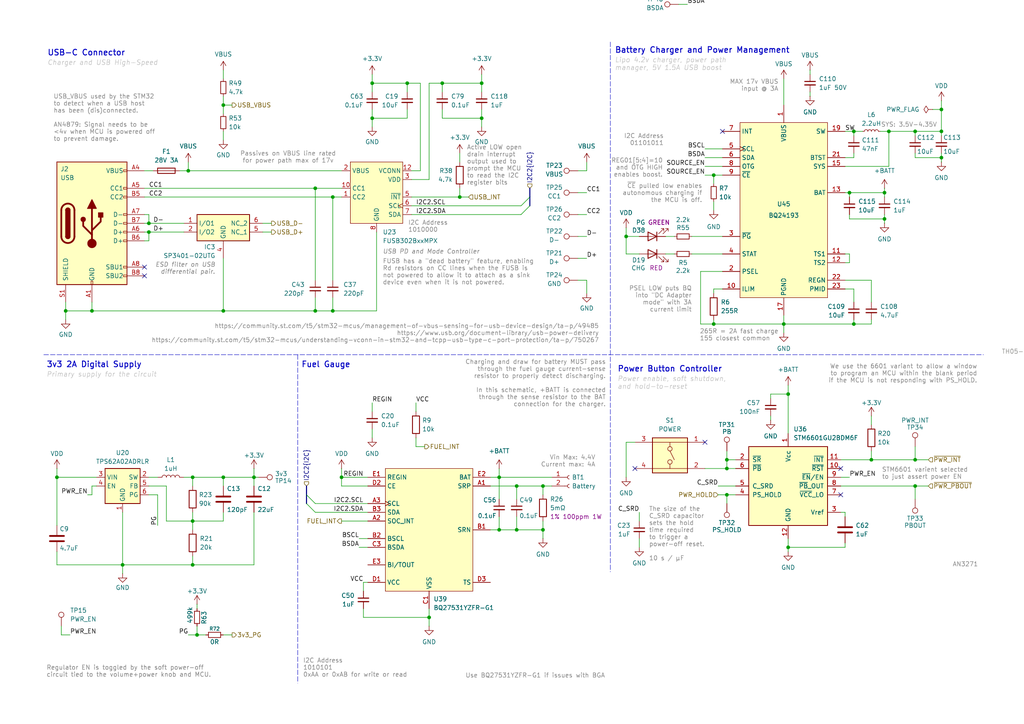
<source format=kicad_sch>
(kicad_sch (version 20250114) (generator "eeschema") (generator_version "9.0")
  (paper "A4")
  (text "SYS: 3.5V-4.35V" (at 263.652 36.322 0) (effects (font (size 1.27 1.27))))
  (text "265R = 2A fast charge\n155 closest common" (at 202.946 97.282 0) (effects (font (size 1.27 1.27)) (justify left)))
  (text "Charging and draw for battery MUST pass\nthrough the fuel gauge current-sense\nresistor to properly detect discharging.\n\nIn this schematic, +BATT is connected\nthrough the sense resistor to the BAT\nconnection for the charger." (at 175.768 104.394 0) (effects (font (size 1.27 1.27)) (justify right top)))
  (text "Active LOW open\ndrain interrupt\noutput used to\nprompt the MCU\nto read the I2C\nregister bits" (at 135.382 42.164 0) (effects (font (size 1.27 1.27) (thickness 0.1588)) (justify left top)))
  (text "I2C Address\n1010000" (at 118.364 65.786 0) (effects (font (size 1.27 1.27)) (justify left)))
  (text "Primary supply for the circuit" (at 13.462 107.95 0) (effects (font (size 1.397 1.397) (italic yes)) (justify left top)))
  (text "Regulator EN is toggled by the soft power-off\ncircuit tied to the volume+power knob and MCU." (at 13.462 196.596 0) (effects (font (size 1.27 1.27) (thickness 0.1588)) (justify left bottom)))
  (text "Power enable, soft shutdown,\nand hold-to-reset" (at 179.07 109.22 0) (effects (font (size 1.397 1.397) (italic yes)) (justify left top)))
  (text "The size of the\nC_SRD capacitor\nsets the hold\ntime required\nto trigger a\npower-off reset.\n\n10 s / µF" (at 188.214 154.94 0) (effects (font (size 1.27 1.27)) (justify left)))
  (text "~{CE} pulled low enables\nautonomous charging if\nthe MCU is off." (at 203.708 56.134 0) (effects (font (size 1.27 1.27)) (justify right)))
  (text "Power Button Controller" (at 179.07 106.172 0) (effects (font (size 1.651 1.651) (thickness 0.254) (bold yes)) (justify left top)))
  (text "Use BQ27531YZFR-G1 if issues with BGA" (at 175.514 196.088 0) (effects (font (size 1.27 1.27)) (justify right)))
  (text "Fuel Gauge" (at 87.376 104.902 0) (effects (font (size 1.651 1.651) (thickness 0.254) (bold yes)) (justify left top)))
  (text "Lipo 4.2v charger, power path\nmanager, 5V 1.5A USB boost" (at 178.308 16.764 0) (effects (font (size 1.397 1.397) (italic yes)) (justify left top)))
  (text "STM6601 varient selected\nto just assert power EN" (at 255.778 137.414 0) (effects (font (size 1.27 1.27)) (justify left)))
  (text "PSEL LOW puts BQ\ninto \"DC Adapter\nmode\" with 3A\ncurrent limit" (at 200.66 86.868 0) (effects (font (size 1.27 1.27)) (justify right)))
  (text "Charger and USB High-Speed" (at 13.716 17.526 0) (effects (font (size 1.397 1.397) (italic yes)) (justify left top)))
  (text "USB-C Connector" (at 13.716 14.478 0) (effects (font (size 1.651 1.651) (thickness 0.254) (bold yes)) (justify left top)))
  (text "Passives on VBUS line rated\nfor power path max of 17v" (at 83.566 45.72 0) (effects (font (size 1.27 1.27))))
  (text "I2C Address\n01101011" (at 192.532 40.64 0) (effects (font (size 1.27 1.27)) (justify right)))
  (text "USB_VBUS used by the STM32\nto detect when a USB host\nhas been (dis)connected.\n\nAN4879: Signal needs to be\n<4v when MCU is powered off\nto prevent damage." (at 15.494 34.29 0) (effects (font (size 1.27 1.27)) (justify left)))
  (text "MAX 17v VBUS\ninput @ 3A" (at 225.806 24.892 0) (effects (font (size 1.27 1.27)) (justify right)))
  (text "FUSB has a \"dead battery\" feature, enabling\nRd resistors on CC lines when the FUSB is\nnot powered to allow it to attach as a sink\ndevice even when it is not powered." (at 110.998 75.184 0) (effects (font (size 1.27 1.27)) (justify left top)))
  (text "REG01[5:4]=10\nand OTG HIGH\nenables boost." (at 192.278 48.768 0) (effects (font (size 1.27 1.27)) (justify right)))
  (text "ESD filter on USB\ndifferential pair." (at 62.484 76.2 0) (effects (font (size 1.27 1.27) (thickness 0.1588) (italic yes)) (justify right top)))
  (text "USB PD and Mode Controller" (at 110.998 72.39 0) (effects (font (size 1.27 1.27) (thickness 0.1588) (italic yes)) (justify left top)))
  (text "3v3 2A Digital Supply" (at 13.462 104.902 0) (effects (font (size 1.651 1.651) (thickness 0.254) (bold yes)) (justify left top)))
  (text "I2C Address\n1010101\n0xAA or 0xAB for write or read" (at 87.884 193.802 0) (effects (font (size 1.27 1.27)) (justify left)))
  (text "We use the 6601 variant to allow a window\nto program an MCU within the blank period\nif the MCU is not responding with PS_HOLD." (at 283.464 108.458 0) (effects (font (size 1.27 1.27)) (justify right)))
  (text "https://www.usb.org/document-library/usb-power-delivery\nhttps://community.st.com/t5/stm32-mcus/understanding-vconn-in-stm32-and-tcpp-usb-type-c-port-protection/ta-p/750267" (at 173.736 99.568 0) (effects (font (size 1.27 1.27)) (justify right bottom)))
  (text "AN3271" (at 283.718 163.83 0) (effects (font (size 1.27 1.27)) (justify right)))
  (text "https://community.st.com/t5/stm32-mcus/management-of-vbus-sensing-for-usb-device-design/ta-p/49485" (at 173.736 94.742 0) (effects (font (size 1.27 1.27)) (justify right)))
  (text "Vin Max: 4.4V\nCurrent max: 4A" (at 172.72 133.858 0) (effects (font (size 1.27 1.27)) (justify right)))
  (text "Battery Charger and Power Management" (at 178.308 13.716 0) (effects (font (size 1.651 1.651) (thickness 0.254) (bold yes)) (justify left top)))
  (junction (at 64.77 90.17))
  (junction (at 256.54 63.5))
  (junction (at 124.46 179.07))
  (junction (at 16.51 138.43))
  (junction (at 246.38 55.88))
  (junction (at 57.15 184.15))
  (junction (at 207.01 50.8))
  (junction (at 247.65 38.1))
  (junction (at 139.7 24.13))
  (junction (at 273.05 45.72))
  (junction (at 91.44 90.17))
  (junction (at 91.44 54.61))
  (junction (at 43.18 67.31))
  (junction (at 55.88 163.83))
  (junction (at 228.6 158.75))
  (junction (at 96.52 90.17))
  (junction (at 257.81 38.1))
  (junction (at 157.48 140.97))
  (junction (at 107.95 24.13))
  (junction (at 149.86 153.67))
  (junction (at 43.18 64.77))
  (junction (at 181.61 68.58))
  (junction (at 247.65 93.98))
  (junction (at 228.6 114.3))
  (junction (at 207.01 93.98))
  (junction (at 210.82 135.89))
  (junction (at 64.77 138.43))
  (junction (at 256.54 55.88))
  (junction (at 265.43 38.1))
  (junction (at 139.7 34.29))
  (junction (at 73.66 138.43))
  (junction (at 149.86 140.97))
  (junction (at 227.33 93.98))
  (junction (at 273.05 31.75))
  (junction (at 133.35 57.15))
  (junction (at 35.56 163.83))
  (junction (at 157.48 153.67))
  (junction (at 107.95 34.29))
  (junction (at 128.27 24.13))
  (junction (at 96.52 57.15))
  (junction (at 144.78 138.43))
  (junction (at 210.82 143.51))
  (junction (at 265.43 140.97))
  (junction (at 26.67 90.17))
  (junction (at 210.82 133.35))
  (junction (at 99.06 138.43))
  (junction (at 64.77 30.48))
  (junction (at 118.11 24.13))
  (junction (at 54.61 49.53))
  (junction (at 19.05 90.17))
  (junction (at 55.88 138.43))
  (junction (at 55.88 151.13))
  (junction (at 273.05 38.1))
  (junction (at 265.43 133.35))
  (junction (at 252.73 133.35))
  (junction (at 144.78 153.67))
  (no_connect (at 41.91 77.47))
  (no_connect (at 184.15 135.89))
  (no_connect (at 243.84 143.51))
  (no_connect (at 243.84 135.89))
  (no_connect (at 209.55 38.1))
  (no_connect (at 41.91 80.01))
  (no_connect (at 204.47 128.27))
  (bus_entry (at 91.44 148.59) (size -2.54 -2.54))
  (bus_entry (at 151.13 59.69) (size 2.54 -2.54))
  (bus_entry (at 151.13 62.23) (size 2.54 -2.54))
  (bus_entry (at 91.44 146.05) (size -2.54 -2.54))
  (wire (pts (xy 64.77 74.93) (xy 64.77 90.17)))
  (wire (pts (xy 246.38 62.23) (xy 246.38 63.5)))
  (wire (pts (xy 20.32 184.15) (xy 17.78 184.15)))
  (wire (pts (xy 203.2 93.98) (xy 207.01 93.98)))
  (wire (pts (xy 91.44 54.61) (xy 91.44 81.28)))
  (wire (pts (xy 181.61 128.27) (xy 181.61 138.43)))
  (wire (pts (xy 96.52 90.17) (xy 109.22 90.17)))
  (wire (pts (xy 207.01 50.8) (xy 207.01 53.34)))
  (wire (pts (xy 223.52 120.65) (xy 223.52 121.92)))
  (wire (pts (xy 227.33 91.44) (xy 227.33 93.98)))
  (wire (pts (xy 133.35 44.45) (xy 133.35 46.99)))
  (wire (pts (xy 181.61 66.04) (xy 181.61 68.58)))
  (wire (pts (xy 167.64 49.53) (xy 170.18 49.53)))
  (wire (pts (xy 204.47 50.8) (xy 207.01 50.8)))
  (wire (pts (xy 257.81 48.26) (xy 257.81 38.1)))
  (wire (pts (xy 247.65 93.98) (xy 227.33 93.98)))
  (wire (pts (xy 107.95 124.46) (xy 107.95 127)))
  (wire (pts (xy 26.67 90.17) (xy 19.05 90.17)))
  (wire (pts (xy 106.68 148.59) (xy 91.44 148.59)))
  (wire (pts (xy 96.52 86.36) (xy 96.52 90.17)))
  (wire (pts (xy 43.18 69.85) (xy 41.91 69.85)))
  (wire (pts (xy 121.92 24.13) (xy 118.11 24.13)))
  (polyline (pts (xy 12.7 102.87) (xy 177.038 102.87)) (stroke (width 0.127) (type dash)))
  (wire (pts (xy 64.77 90.17) (xy 91.44 90.17)))
  (wire (pts (xy 265.43 38.1) (xy 265.43 39.37)))
  (wire (pts (xy 96.52 57.15) (xy 96.52 81.28)))
  (wire (pts (xy 252.73 81.28) (xy 252.73 87.63)))
  (wire (pts (xy 107.95 24.13) (xy 107.95 26.67)))
  (wire (pts (xy 167.64 74.93) (xy 170.18 74.93)))
  (wire (pts (xy 167.64 81.28) (xy 170.18 81.28)))
  (wire (pts (xy 265.43 38.1) (xy 273.05 38.1)))
  (wire (pts (xy 181.61 68.58) (xy 185.42 68.58)))
  (wire (pts (xy 73.66 163.83) (xy 55.88 163.83)))
  (wire (pts (xy 52.07 49.53) (xy 54.61 49.53)))
  (wire (pts (xy 245.11 38.1) (xy 247.65 38.1)))
  (wire (pts (xy 106.68 146.05) (xy 91.44 146.05)))
  (wire (pts (xy 170.18 81.28) (xy 170.18 85.09)))
  (wire (pts (xy 256.54 63.5) (xy 256.54 64.77)))
  (wire (pts (xy 139.7 24.13) (xy 128.27 24.13)))
  (wire (pts (xy 247.65 83.82) (xy 247.65 87.63)))
  (wire (pts (xy 245.11 73.66) (xy 246.38 73.66)))
  (wire (pts (xy 74.93 138.43) (xy 73.66 138.43)))
  (wire (pts (xy 118.11 34.29) (xy 118.11 31.75)))
  (wire (pts (xy 35.56 148.59) (xy 35.56 163.83)))
  (wire (pts (xy 41.91 49.53) (xy 44.45 49.53)))
  (wire (pts (xy 26.67 90.17) (xy 64.77 90.17)))
  (wire (pts (xy 105.41 176.53) (xy 105.41 179.07)))
  (wire (pts (xy 64.77 148.59) (xy 64.77 151.13)))
  (wire (pts (xy 128.27 24.13) (xy 128.27 26.67)))
  (wire (pts (xy 228.6 156.21) (xy 228.6 158.75)))
  (wire (pts (xy 157.48 140.97) (xy 157.48 143.51)))
  (wire (pts (xy 245.11 76.2) (xy 246.38 76.2)))
  (wire (pts (xy 246.38 73.66) (xy 246.38 76.2)))
  (wire (pts (xy 43.18 69.85) (xy 43.18 67.31)))
  (wire (pts (xy 227.33 93.98) (xy 227.33 96.52)))
  (wire (pts (xy 107.95 34.29) (xy 107.95 36.83)))
  (wire (pts (xy 144.78 138.43) (xy 160.02 138.43)))
  (wire (pts (xy 16.51 138.43) (xy 16.51 152.4)))
  (wire (pts (xy 43.18 138.43) (xy 45.72 138.43)))
  (wire (pts (xy 124.46 24.13) (xy 124.46 52.07)))
  (wire (pts (xy 200.66 73.66) (xy 209.55 73.66)))
  (wire (pts (xy 149.86 140.97) (xy 149.86 144.78)))
  (wire (pts (xy 157.48 140.97) (xy 160.02 140.97)))
  (wire (pts (xy 213.36 133.35) (xy 210.82 133.35)))
  (wire (pts (xy 17.78 181.61) (xy 17.78 184.15)))
  (wire (pts (xy 256.54 55.88) (xy 256.54 57.15)))
  (wire (pts (xy 210.82 130.81) (xy 210.82 133.35)))
  (wire (pts (xy 142.24 140.97) (xy 149.86 140.97)))
  (wire (pts (xy 107.95 31.75) (xy 107.95 34.29)))
  (wire (pts (xy 204.47 48.26) (xy 209.55 48.26)))
  (wire (pts (xy 139.7 31.75) (xy 139.7 34.29)))
  (wire (pts (xy 181.61 73.66) (xy 185.42 73.66)))
  (wire (pts (xy 73.66 138.43) (xy 73.66 140.97)))
  (wire (pts (xy 207.01 83.82) (xy 207.01 85.09)))
  (wire (pts (xy 76.2 64.77) (xy 78.74 64.77)))
  (wire (pts (xy 26.67 87.63) (xy 26.67 90.17)))
  (wire (pts (xy 245.11 48.26) (xy 257.81 48.26)))
  (wire (pts (xy 57.15 184.15) (xy 54.61 184.15)))
  (wire (pts (xy 265.43 129.54) (xy 265.43 133.35)))
  (wire (pts (xy 245.11 55.88) (xy 246.38 55.88)))
  (wire (pts (xy 170.18 49.53) (xy 170.18 46.99)))
  (wire (pts (xy 128.27 31.75) (xy 128.27 34.29)))
  (wire (pts (xy 204.47 45.72) (xy 209.55 45.72)))
  (wire (pts (xy 245.11 45.72) (xy 247.65 45.72)))
  (wire (pts (xy 120.65 127) (xy 120.65 129.54)))
  (wire (pts (xy 133.35 54.61) (xy 133.35 57.15)))
  (wire (pts (xy 107.95 34.29) (xy 118.11 34.29)))
  (wire (pts (xy 265.43 140.97) (xy 269.24 140.97)))
  (wire (pts (xy 16.51 135.89) (xy 16.51 138.43)))
  (wire (pts (xy 246.38 55.88) (xy 246.38 57.15)))
  (wire (pts (xy 144.78 153.67) (xy 149.86 153.67)))
  (bus (pts (xy 153.67 54.61) (xy 153.67 57.15)))
  (wire (pts (xy 245.11 157.48) (xy 245.11 158.75)))
  (wire (pts (xy 257.81 38.1) (xy 265.43 38.1)))
  (wire (pts (xy 19.05 87.63) (xy 19.05 90.17)))
  (wire (pts (xy 109.22 67.31) (xy 109.22 90.17)))
  (wire (pts (xy 67.31 184.15) (xy 64.77 184.15)))
  (wire (pts (xy 99.06 135.89) (xy 99.06 138.43)))
  (wire (pts (xy 16.51 138.43) (xy 27.94 138.43)))
  (wire (pts (xy 246.38 55.88) (xy 256.54 55.88)))
  (wire (pts (xy 124.46 176.53) (xy 124.46 179.07)))
  (wire (pts (xy 120.65 116.84) (xy 120.65 119.38)))
  (wire (pts (xy 193.04 73.66) (xy 195.58 73.66)))
  (wire (pts (xy 210.82 143.51) (xy 213.36 143.51)))
  (wire (pts (xy 35.56 163.83) (xy 35.56 166.37)))
  (wire (pts (xy 243.84 140.97) (xy 265.43 140.97)))
  (wire (pts (xy 133.35 57.15) (xy 135.89 57.15)))
  (wire (pts (xy 107.95 21.59) (xy 107.95 24.13)))
  (wire (pts (xy 124.46 24.13) (xy 128.27 24.13)))
  (wire (pts (xy 142.24 153.67) (xy 144.78 153.67)))
  (wire (pts (xy 204.47 43.18) (xy 209.55 43.18)))
  (wire (pts (xy 64.77 38.1) (xy 64.77 40.64)))
  (wire (pts (xy 167.64 55.88) (xy 170.18 55.88)))
  (wire (pts (xy 270.51 31.75) (xy 273.05 31.75)))
  (bus (pts (xy 88.9 143.51) (xy 88.9 146.05)))
  (wire (pts (xy 234.95 21.59) (xy 234.95 20.32)))
  (wire (pts (xy 273.05 45.72) (xy 273.05 46.99)))
  (wire (pts (xy 193.04 68.58) (xy 195.58 68.58)))
  (wire (pts (xy 228.6 114.3) (xy 228.6 125.73)))
  (wire (pts (xy 55.88 148.59) (xy 55.88 151.13)))
  (wire (pts (xy 128.27 34.29) (xy 139.7 34.29)))
  (wire (pts (xy 209.55 78.74) (xy 203.2 78.74)))
  (wire (pts (xy 64.77 27.94) (xy 64.77 30.48)))
  (wire (pts (xy 167.64 62.23) (xy 170.18 62.23)))
  (wire (pts (xy 247.65 38.1) (xy 250.19 38.1)))
  (wire (pts (xy 139.7 34.29) (xy 139.7 36.83)))
  (wire (pts (xy 207.01 92.71) (xy 207.01 93.98)))
  (wire (pts (xy 91.44 54.61) (xy 99.06 54.61)))
  (wire (pts (xy 247.65 92.71) (xy 247.65 93.98)))
  (wire (pts (xy 185.42 148.59) (xy 185.42 151.13)))
  (wire (pts (xy 184.15 128.27) (xy 181.61 128.27)))
  (polyline (pts (xy 177.038 12.192) (xy 177.038 97.79)) (stroke (width 0.127) (type dash)))
  (wire (pts (xy 53.34 138.43) (xy 55.88 138.43)))
  (wire (pts (xy 48.26 151.13) (xy 55.88 151.13)))
  (wire (pts (xy 48.26 151.13) (xy 48.26 140.97)))
  (wire (pts (xy 200.66 68.58) (xy 209.55 68.58)))
  (wire (pts (xy 252.73 133.35) (xy 265.43 133.35)))
  (wire (pts (xy 57.15 184.15) (xy 57.15 181.61)))
  (wire (pts (xy 142.24 138.43) (xy 144.78 138.43)))
  (wire (pts (xy 64.77 20.32) (xy 64.77 22.86)))
  (wire (pts (xy 26.67 143.51) (xy 26.67 140.97)))
  (wire (pts (xy 41.91 64.77) (xy 43.18 64.77)))
  (wire (pts (xy 64.77 151.13) (xy 55.88 151.13)))
  (wire (pts (xy 208.28 140.97) (xy 213.36 140.97)))
  (wire (pts (xy 48.26 140.97) (xy 43.18 140.97)))
  (wire (pts (xy 73.66 148.59) (xy 73.66 163.83)))
  (wire (pts (xy 255.27 38.1) (xy 257.81 38.1)))
  (wire (pts (xy 196.85 1.27) (xy 199.39 1.27)))
  (wire (pts (xy 256.54 63.5) (xy 256.54 62.23)))
  (wire (pts (xy 246.38 63.5) (xy 256.54 63.5)))
  (wire (pts (xy 121.92 24.13) (xy 121.92 49.53)))
  (wire (pts (xy 256.54 54.61) (xy 256.54 55.88)))
  (wire (pts (xy 41.91 62.23) (xy 43.18 62.23)))
  (wire (pts (xy 118.11 24.13) (xy 107.95 24.13)))
  (wire (pts (xy 43.18 62.23) (xy 43.18 64.77)))
  (wire (pts (xy 265.43 45.72) (xy 273.05 45.72)))
  (wire (pts (xy 149.86 140.97) (xy 157.48 140.97)))
  (wire (pts (xy 59.69 184.15) (xy 57.15 184.15)))
  (wire (pts (xy 119.38 59.69) (xy 151.13 59.69)))
  (wire (pts (xy 157.48 153.67) (xy 157.48 156.21)))
  (wire (pts (xy 91.44 86.36) (xy 91.44 90.17)))
  (wire (pts (xy 228.6 114.3) (xy 223.52 114.3)))
  (wire (pts (xy 107.95 116.84) (xy 107.95 119.38)))
  (wire (pts (xy 181.61 68.58) (xy 181.61 73.66)))
  (wire (pts (xy 119.38 52.07) (xy 124.46 52.07)))
  (wire (pts (xy 45.72 143.51) (xy 43.18 143.51)))
  (wire (pts (xy 25.4 143.51) (xy 26.67 143.51)))
  (wire (pts (xy 265.43 140.97) (xy 265.43 144.78)))
  (wire (pts (xy 64.77 30.48) (xy 64.77 33.02)))
  (wire (pts (xy 139.7 21.59) (xy 139.7 24.13)))
  (wire (pts (xy 252.73 93.98) (xy 247.65 93.98)))
  (wire (pts (xy 19.05 90.17) (xy 19.05 92.71)))
  (bus (pts (xy 88.9 140.97) (xy 88.9 143.51)))
  (wire (pts (xy 124.46 179.07) (xy 124.46 181.61)))
  (wire (pts (xy 96.52 57.15) (xy 99.06 57.15)))
  (wire (pts (xy 55.88 161.29) (xy 55.88 163.83)))
  (wire (pts (xy 157.48 151.13) (xy 157.48 153.67)))
  (wire (pts (xy 243.84 133.35) (xy 252.73 133.35)))
  (wire (pts (xy 35.56 163.83) (xy 55.88 163.83)))
  (bus (pts (xy 153.67 57.15) (xy 153.67 59.69)))
  (wire (pts (xy 207.01 50.8) (xy 209.55 50.8)))
  (wire (pts (xy 265.43 133.35) (xy 269.24 133.35)))
  (wire (pts (xy 139.7 24.13) (xy 139.7 26.67)))
  (wire (pts (xy 41.91 57.15) (xy 96.52 57.15)))
  (wire (pts (xy 119.38 49.53) (xy 121.92 49.53)))
  (wire (pts (xy 196.85 -5.08) (xy 199.39 -5.08)))
  (wire (pts (xy 45.72 143.51) (xy 45.72 152.4)))
  (wire (pts (xy 210.82 133.35) (xy 210.82 135.89)))
  (wire (pts (xy 144.78 135.89) (xy 144.78 138.43)))
  (wire (pts (xy 247.65 45.72) (xy 247.65 44.45)))
  (wire (pts (xy 243.84 138.43) (xy 246.38 138.43)))
  (wire (pts (xy 123.19 129.54) (xy 120.65 129.54)))
  (wire (pts (xy 273.05 44.45) (xy 273.05 45.72)))
  (polyline (pts (xy 176.53 102.87) (xy 285.242 102.87)) (stroke (width 0.127) (type dash)))
  (wire (pts (xy 54.61 49.53) (xy 99.06 49.53)))
  (wire (pts (xy 209.55 83.82) (xy 207.01 83.82)))
  (wire (pts (xy 243.84 148.59) (xy 245.11 148.59)))
  (wire (pts (xy 207.01 58.42) (xy 207.01 60.96)))
  (wire (pts (xy 73.66 135.89) (xy 73.66 138.43)))
  (wire (pts (xy 273.05 38.1) (xy 273.05 31.75)))
  (wire (pts (xy 104.14 158.75) (xy 106.68 158.75)))
  (wire (pts (xy 64.77 138.43) (xy 73.66 138.43)))
  (wire (pts (xy 105.41 168.91) (xy 106.68 168.91)))
  (wire (pts (xy 119.38 57.15) (xy 133.35 57.15)))
  (wire (pts (xy 245.11 81.28) (xy 252.73 81.28)))
  (wire (pts (xy 99.06 140.97) (xy 99.06 138.43)))
  (wire (pts (xy 41.91 67.31) (xy 43.18 67.31)))
  (wire (pts (xy 64.77 138.43) (xy 64.77 140.97)))
  (wire (pts (xy 207.01 93.98) (xy 227.33 93.98)))
  (wire (pts (xy 91.44 90.17) (xy 96.52 90.17)))
  (wire (pts (xy 185.42 156.21) (xy 185.42 158.75)))
  (wire (pts (xy 252.73 130.81) (xy 252.73 133.35)))
  (wire (pts (xy 76.2 67.31) (xy 78.74 67.31)))
  (wire (pts (xy 55.88 151.13) (xy 55.88 153.67)))
  (wire (pts (xy 228.6 111.76) (xy 228.6 114.3)))
  (wire (pts (xy 16.51 163.83) (xy 35.56 163.83)))
  (wire (pts (xy 208.28 143.51) (xy 210.82 143.51)))
  (wire (pts (xy 64.77 30.48) (xy 67.31 30.48)))
  (wire (pts (xy 53.34 64.77) (xy 43.18 64.77)))
  (wire (pts (xy 55.88 138.43) (xy 55.88 140.97)))
  (wire (pts (xy 54.61 46.99) (xy 54.61 49.53)))
  (wire (pts (xy 234.95 26.67) (xy 234.95 27.94)))
  (wire (pts (xy 106.68 140.97) (xy 99.06 140.97)))
  (wire (pts (xy 99.06 151.13) (xy 106.68 151.13)))
  (wire (pts (xy 104.14 156.21) (xy 106.68 156.21)))
  (polyline (pts (xy 177.038 137.16) (xy 177.038 165.862)) (stroke (width 0.127) (type dash)))
  (wire (pts (xy 204.47 135.89) (xy 210.82 135.89)))
  (wire (pts (xy 144.78 149.86) (xy 144.78 153.67)))
  (wire (pts (xy 16.51 160.02) (xy 16.51 163.83)))
  (wire (pts (xy 210.82 135.89) (xy 213.36 135.89)))
  (wire (pts (xy 119.38 62.23) (xy 151.13 62.23)))
  (wire (pts (xy 26.67 140.97) (xy 27.94 140.97)))
  (wire (pts (xy 99.06 138.43) (xy 106.68 138.43)))
  (polyline (pts (xy 86.36 102.87) (xy 86.36 198.12)) (stroke (width 0.127) (type dash)))
  (wire (pts (xy 228.6 158.75) (xy 228.6 160.02)))
  (wire (pts (xy 210.82 143.51) (xy 210.82 146.05)))
  (wire (pts (xy 149.86 149.86) (xy 149.86 153.67)))
  (wire (pts (xy 265.43 44.45) (xy 265.43 45.72)))
  (wire (pts (xy 105.41 171.45) (xy 105.41 168.91)))
  (wire (pts (xy 167.64 68.58) (xy 170.18 68.58)))
  (wire (pts (xy 273.05 39.37) (xy 273.05 38.1)))
  (wire (pts (xy 57.15 175.26) (xy 57.15 176.53)))
  (wire (pts (xy 105.41 179.07) (xy 124.46 179.07)))
  (wire (pts (xy 252.73 120.65) (xy 252.73 123.19)))
  (wire (pts (xy 41.91 54.61) (xy 91.44 54.61)))
  (wire (pts (xy 55.88 138.43) (xy 64.77 138.43)))
  (wire (pts (xy 245.11 158.75) (xy 228.6 158.75)))
  (wire (pts (xy 223.52 114.3) (xy 223.52 115.57)))
  (wire (pts (xy 118.11 24.13) (xy 118.11 26.67)))
  (wire (pts (xy 203.2 78.74) (xy 203.2 93.98)))
  (wire (pts (xy 247.65 38.1) (xy 247.65 39.37)))
  (wire (pts (xy 273.05 31.75) (xy 273.05 29.21)))
  (wire (pts (xy 252.73 92.71) (xy 252.73 93.98)))
  (wire (pts (xy 53.34 67.31) (xy 43.18 67.31)))
  (wire (pts (xy 245.11 148.59) (xy 245.11 149.86)))
  (wire (pts (xy 227.33 22.86) (xy 227.33 30.48)))
  (wire (pts (xy 144.78 138.43) (xy 144.78 144.78)))
  (wire (pts (xy 149.86 153.67) (xy 157.48 153.67)))
  (wire (pts (xy 245.11 83.82) (xy 247.65 83.82)))
  (polyline (pts (xy 177.038 97.79) (xy 177.038 137.16)) (stroke (width 0.127) (type dash)))
  (label "CC2" (at 170.18 62.23 0))
  (label "D+" (at 170.18 74.93 0))
  (label "I2C2.SDA" (at 105.41 148.59 180))
  (label "BSDA" (at 104.14 158.75 180))
  (label "D-" (at 44.45 64.77 0))
  (label "REGIN" (at 105.41 138.43 180))
  (label "C_SRD" (at 185.42 148.59 180))
  (label "C_SRD" (at 208.28 140.97 180))
  (label "PWR_EN" (at 25.4 143.51 180))
  (label "D+" (at 44.45 67.31 0))
  (label "REGIN" (at 107.95 116.84 0))
  (label "VCC" (at 105.41 168.91 180))
  (label "I2C2.SCL" (at 105.41 146.05 180))
  (label "BSCL" (at 199.39 -5.08 0))
  (label "PG" (at 45.72 152.4 90) (effects (font (thickness 0.1588))))
  (label "SOURCE_EN" (at 204.47 48.26 180))
  (label "BSDA" (at 204.47 45.72 180))
  (label "I2C2.SCL" (at 120.65 59.69 0))
  (label "SOURCE_EN" (at 204.47 50.8 180))
  (label "BSCL" (at 204.47 43.18 180))
  (label "PWR_EN" (at 246.38 138.43 0))
  (label "I2C2.SDA" (at 120.65 62.23 0))
  (label "D-" (at 170.18 68.58 0))
  (label "CC1" (at 43.18 54.61 0))
  (label "VCC" (at 120.65 116.84 0))
  (label "PWR_EN" (at 20.32 184.15 0))
  (label "SW" (at 245.11 38.1 0))
  (label "BSDA" (at 199.39 1.27 0))
  (label "BSCL" (at 104.14 156.21 180))
  (label "CC1" (at 170.18 55.88 0))
  (label "PG" (at 54.61 184.15 180) (effects (font (thickness 0.1588))))
  (label "CC2" (at 43.18 57.15 0))
  (hierarchical_label "USB_INT" (shape input) (at 135.89 57.15 0) (effects (font (thickness 0.1588))))
  (hierarchical_label "USB_D+" (shape output) (at 78.74 67.31 0))
  (hierarchical_label "USB_VBUS" (shape output) (at 67.31 30.48 0))
  (hierarchical_label "FUEL_INT" (shape output) (at 99.06 151.13 180) (effects (font (thickness 0.1588))))
  (hierarchical_label "PWR_HOLD" (shape input) (at 208.28 143.51 180))
  (hierarchical_label "3v3_PG" (shape output) (at 67.31 184.15 0))
  (hierarchical_label "~{PWR_INT}" (shape input) (at 269.24 133.35 0))
  (hierarchical_label "I2C2{I2C}" (shape input) (at 88.9 140.97 90))
  (hierarchical_label "USB_D-" (shape output) (at 78.74 64.77 0))
  (hierarchical_label "FUEL_INT" (shape output) (at 123.19 129.54 0) (effects (font (thickness 0.1588))))
  (hierarchical_label "~{PWR_PBOUT}" (shape input) (at 269.24 140.97 0))
  (hierarchical_label "I2C2{I2C}" (shape input) (at 153.67 54.61 90))
  (symbol (lib_id "Device:R") (at 157.48 147.32 0) (unit 1)
    (property "Reference" "R26" (at 159.512 144.7799 0) (effects (justify left)))
    (property "Value" "5mΩ" (at 159.512 147.3199 0) (effects (justify left)))
    (property "Footprint" "Resistor_SMD:R_1210_3225Metric" (effects (hide yes)))
    (property "Description" "Resistor" (effects (hide yes)))
    (property "Characteristics" "1% 100ppm 1W" (at 159.512 149.86 0) (effects (justify left)))
    (property "JLC" "C253508" (effects (hide yes)))
  )
  (symbol (lib_id "pocket_synth:BQ24193") (at 227.33 60.96 0) (unit 1)
    (property "Reference" "U45" (at 227.33 59.182 0))
    (property "Value" "BQ24193" (at 227.33 62.484 0))
    (property "Footprint" "Package_DFN_QFN:VQFN-24-1EP_4x4mm_P0.5mm_EP2.5x2.5mm_ThermalVias" (effects (hide yes)))
    (property "Datasheet" "https://www.ti.com/lit/ds/symlink/bq24193.pdf?ts=1759031369485" (effects (hide yes)))
    (property "JLC" "C528616" (effects (hide yes)))
  )
  (symbol (lib_id "Device:C_Small") (at 265.43 41.91 0) (unit 1)
    (property "Reference" "C112" (at 265.938 39.878 0) (effects (justify left)))
    (property "Value" "10uF" (at 265.938 43.942 0) (effects (justify left)))
    (property "Footprint" "Capacitor_SMD:C_0402_1005Metric" (effects (hide yes)))
    (property "Description" "Unpolarized capacitor, small symbol" (effects (hide yes)))
    (property "JLC" "C15525" (effects (hide yes)))
  )
  (symbol (lib_id "power:GND") (at 234.95 27.94 0) (unit 1)
    (property "Reference" "#PWR0155" (effects (hide yes)))
    (property "Value" "GND" (at 234.95 32.512 0))
    (property "Description" "Power symbol creates a global label with name \"GND\" , ground" (effects (hide yes)))
  )
  (symbol (lib_id "power:GND") (at 228.6 160.02 0) (unit 1)
    (property "Reference" "#PWR0120" (effects (hide yes)))
    (property "Value" "GND" (at 228.6 164.592 0))
    (property "Description" "Power symbol creates a global label with name \"GND\" , ground" (effects (hide yes)))
  )
  (symbol (lib_id "power:GND") (at 35.56 166.37 0) (unit 1)
    (property "Reference" "#PWR047" (effects (hide yes)))
    (property "Value" "GND" (at 35.56 170.434 0))
    (property "Description" "Power symbol creates a global label with name \"GND\" , ground" (effects (hide yes)))
  )
  (symbol (lib_id "power:GND") (at 64.77 40.64 0) (unit 1)
    (property "Reference" "#PWR0160" (effects (hide yes)))
    (property "Value" "GND" (at 64.77 44.958 0))
    (property "Description" "Power symbol creates a global label with name \"GND\" , ground" (effects (hide yes)))
  )
  (symbol (lib_id "Device:C_Small") (at 185.42 153.67 0) (mirror y) (unit 1)
    (property "Reference" "C23" (at 182.88 152.4062 0) (effects (justify left)))
    (property "Value" "1uF" (at 182.88 154.9462 0) (effects (justify left)))
    (property "Footprint" "Capacitor_SMD:C_0402_1005Metric" (effects (hide yes)))
    (property "Description" "Unpolarized capacitor, small symbol" (effects (hide yes)))
    (property "JLC" "C52923" (effects (hide yes)))
  )
  (symbol (lib_id "Device:Thermistor_NTC") (at 307.34 100.33 0) (mirror y) (unit 1) (in_bom no) (dnp yes)
    (property "Reference" "TH2" (at 304.8 99.3774 0) (effects (justify left)))
    (property "Value" "TH05-3I103FR" (at 304.8 101.9174 0) (effects (justify left)))
    (property "Footprint" "Resistor_SMD:R_0402_1005Metric_Pad0.72x0.64mm_HandSolder" (effects (hide yes)))
    (property "Description" "Temperature dependent resistor, negative temperature coefficient" (effects (hide yes)))
    (property "JLC" "C3154728" (effects (hide yes)))
  )
  (symbol (lib_id "Device:L_Small") (at 252.73 38.1 90) (unit 1)
    (property "Reference" "L6" (at 252.73 33.274 90))
    (property "Value" "2.2uH" (at 252.73 35.814 90))
    (property "Footprint" "Inductor_SMD:L_0805_2012Metric" (effects (hide yes)))
    (property "Description" "Inductor, small symbol" (effects (hide yes)))
    (property "JLC" "C1043" (effects (hide yes)))
  )
  (symbol (lib_id "Connector:TestPoint") (at 167.64 81.28 90) (unit 1) (in_bom no)
    (property "Reference" "TP24" (at 160.782 79.756 90))
    (property "Value" "GND" (at 160.782 82.296 90))
    (property "Footprint" "TestPoint:TestPoint_Pad_D1.0mm" (effects (hide yes)))
    (property "Description" "test point" (effects (hide yes)))
  )
  (symbol (lib_id "power:VBUS") (at 227.33 22.86 0) (unit 1)
    (property "Reference" "#PWR0154" (effects (hide yes)))
    (property "Value" "VBUS" (at 227.33 18.542 0))
    (property "Description" "Power symbol creates a global label with name \"VBUS\"" (effects (hide yes)))
  )
  (symbol (lib_id "Device:Fuse") (at 48.26 49.53 90) (unit 1)
    (property "Reference" "F1" (at 48.26 43.942 90))
    (property "Value" "28V 3A" (at 48.26 46.482 90))
    (property "Footprint" "Fuse:Fuse_1206_3216Metric" (effects (hide yes)))
    (property "Description" "Fuse" (effects (hide yes)))
  )
  (symbol (lib_id "Regulator_Switching:TPS62A02ADRL") (at 35.56 140.97 0) (unit 1)
    (property "Reference" "U20" (at 35.56 131.318 0))
    (property "Value" "TPS62A02ADRLR" (at 35.56 133.858 0))
    (property "Footprint" "Package_TO_SOT_SMD:SOT-563" (effects (hide yes)))
    (property "Datasheet" "https://www.ti.com/lit/gpn/tps62a02a" (effects (hide yes)))
    (property "Description" "High Efficiency Synchronous Buck Converter with forced PWM, Adjustable Output 0.6V-5.5V, 2A, Power Good, Enable, SOT-563" (effects (hide yes)))
    (property "JLC" "C5820994" (effects (hide yes)))
  )
  (symbol (lib_id "power:VDD") (at 16.51 135.89 0) (unit 1)
    (property "Reference" "#PWR014" (effects (hide yes)))
    (property "Value" "VDD" (at 16.51 131.572 0))
    (property "Description" "Power symbol creates a global label with name \"VDD\"" (effects (hide yes)))
  )
  (symbol (lib_id "Connector:TestPoint") (at 196.85 -5.08 90) (unit 1) (in_bom no)
    (property "Reference" "TP30" (at 189.992 -6.604 90))
    (property "Value" "BSCL" (at 189.992 -4.064 90))
    (property "Footprint" "TestPoint:TestPoint_Pad_D1.0mm" (effects (hide yes)))
    (property "Description" "test point" (effects (hide yes)))
  )
  (symbol (lib_id "Device:R_Small") (at 64.77 35.56 0) (unit 1)
    (property "Reference" "R53" (at 66.294 34.29 0) (effects (justify left)))
    (property "Value" "10k" (at 66.294 36.83 0) (effects (justify left)))
    (property "Footprint" "Resistor_SMD:R_0402_1005Metric" (effects (hide yes)))
    (property "Description" "Resistor, small symbol" (effects (hide yes)))
    (property "JLC" "C25744" (effects (hide yes)))
  )
  (symbol (lib_id "Device:R") (at 252.73 127 0) (unit 1)
    (property "Reference" "R20" (at 254.508 125.73 0) (effects (justify left)))
    (property "Value" "10k" (at 254.508 128.27 0) (effects (justify left)))
    (property "Footprint" "Resistor_SMD:R_0402_1005Metric" (effects (hide yes)))
    (property "Description" "Resistor" (effects (hide yes)))
    (property "JLC" "C25744" (effects (hide yes)))
  )
  (symbol (lib_id "Connector:TestPoint") (at 210.82 146.05 180) (unit 1) (in_bom no)
    (property "Reference" "TP32" (at 210.82 151.638 0))
    (property "Value" "PS_HOLD" (at 210.82 153.67 0))
    (property "Footprint" "TestPoint:TestPoint_Pad_D1.0mm" (effects (hide yes)))
    (property "Description" "test point" (effects (hide yes)))
  )
  (symbol (lib_id "power:VBUS") (at 234.95 20.32 0) (mirror y) (unit 1)
    (property "Reference" "#PWR0163" (effects (hide yes)))
    (property "Value" "VBUS" (at 234.95 16.002 0))
    (property "Description" "Power symbol creates a global label with name \"VBUS\"" (effects (hide yes)))
  )
  (symbol (lib_id "Device:C_Small") (at 96.52 83.82 0) (mirror y) (unit 1)
    (property "Reference" "C37" (at 99.568 82.55 0) (effects (justify right)))
    (property "Value" "220pF" (at 99.568 85.09 0) (effects (justify right)))
    (property "Footprint" "Capacitor_SMD:C_0402_1005Metric" (effects (hide yes)))
    (property "Description" "Unpolarized capacitor, small symbol" (effects (hide yes)))
    (property "JLC" "C1530" (effects (hide yes)))
  )
  (symbol (lib_id "Device:C_Small") (at 107.95 121.92 0) (mirror y) (unit 1)
    (property "Reference" "C20" (at 110.49 120.6562 0) (effects (justify right)))
    (property "Value" "0.1uF" (at 110.49 123.1962 0) (effects (justify right)))
    (property "Footprint" "Capacitor_SMD:C_0402_1005Metric" (effects (hide yes)))
    (property "Description" "Unpolarized capacitor, small symbol" (effects (hide yes)))
    (property "JLC" "C1525" (effects (hide yes)))
  )
  (symbol (lib_id "power:GND") (at 107.95 127 0) (mirror y) (unit 1)
    (property "Reference" "#PWR084" (effects (hide yes)))
    (property "Value" "GND" (at 107.95 131.572 0))
    (property "Description" "Power symbol creates a global label with name \"GND\" , ground" (effects (hide yes)))
  )
  (symbol (lib_id "Device:R") (at 55.88 144.78 0) (unit 1)
    (property "Reference" "R23" (at 57.658 143.51 0) (effects (justify left)))
    (property "Value" "90k" (at 57.658 146.05 0) (effects (justify left)))
    (property "Footprint" "Resistor_SMD:R_1206_3216Metric" (effects (hide yes)))
    (property "Description" "Resistor" (effects (hide yes)))
    (property "JLC" "C871504" (effects (hide yes)))
  )
  (symbol (lib_id "power:GND") (at 223.52 121.92 0) (unit 1)
    (property "Reference" "#PWR0122" (effects (hide yes)))
    (property "Value" "GND" (at 223.52 126.492 0))
    (property "Description" "Power symbol creates a global label with name \"GND\" , ground" (effects (hide yes)))
  )
  (symbol (lib_id "power:GND") (at 170.18 85.09 0) (unit 1)
    (property "Reference" "#PWR0133" (effects (hide yes)))
    (property "Value" "GND" (at 170.18 89.408 0))
    (property "Description" "Power symbol creates a global label with name \"GND\" , ground" (effects (hide yes)))
  )
  (symbol (lib_id "Device:R") (at 207.01 88.9 0) (unit 1)
    (property "Reference" "R6" (at 209.042 87.63 0) (effects (justify left)))
    (property "Value" "255R" (at 209.042 90.17 0) (effects (justify left)))
    (property "Footprint" "Resistor_SMD:R_0805_2012Metric_Pad1.20x1.40mm_HandSolder" (effects (hide yes)))
    (property "Description" "Resistor" (effects (hide yes)))
    (property "JLC" "C17579" (effects (hide yes)))
  )
  (symbol (lib_id "Device:C_Small") (at 247.65 41.91 0) (unit 1)
    (property "Reference" "C111" (at 249.936 40.64 0) (effects (justify left)))
    (property "Value" "47nF" (at 249.936 43.18 0) (effects (justify left)))
    (property "Footprint" "Capacitor_SMD:C_0402_1005Metric" (effects (hide yes)))
    (property "Description" "Unpolarized capacitor, small symbol" (effects (hide yes)))
    (property "JLC" "C82219" (effects (hide yes)))
  )
  (symbol (lib_id "Device:R") (at 133.35 50.8 0) (mirror y) (unit 1)
    (property "Reference" "R38" (at 131.318 49.53 0) (effects (justify left)))
    (property "Value" "4.7k" (at 131.318 52.07 0) (effects (justify left)))
    (property "Footprint" "Resistor_SMD:R_0402_1005Metric" (effects (hide yes)))
    (property "Description" "Resistor" (effects (hide yes)))
    (property "JLC" "C25900" (effects (hide yes)))
  )
  (symbol (lib_id "power:PWR_FLAG") (at 270.51 31.75 90) (unit 1)
    (property "Reference" "#FLG01" (effects (hide yes)))
    (property "Value" "PWR_FLAG" (at 266.7 31.7499 90) (effects (justify left)))
    (property "Description" "Special symbol for telling ERC where power comes from" (effects (hide yes)))
  )
  (symbol (lib_id "power:GND") (at 181.61 138.43 0) (unit 1)
    (property "Reference" "#PWR0121" (effects (hide yes)))
    (property "Value" "GND" (at 181.61 143.002 0))
    (property "Description" "Power symbol creates a global label with name \"GND\" , ground" (effects (hide yes)))
  )
  (symbol (lib_id "Device:R_Small") (at 198.12 68.58 270) (mirror x) (unit 1)
    (property "Reference" "R55" (at 198.12 66.04 90))
    (property "Value" "2.2k" (at 198.12 63.754 90))
    (property "Footprint" "Resistor_SMD:R_0402_1005Metric" (effects (hide yes)))
    (property "Description" "Resistor, small symbol" (effects (hide yes)))
    (property "JLC" "C25879" (effects (hide yes)))
  )
  (symbol (lib_id "power:GND") (at 273.05 46.99 0) (unit 1)
    (property "Reference" "#PWR0156" (effects (hide yes)))
    (property "Value" "GND" (at 273.05 51.562 0))
    (property "Description" "Power symbol creates a global label with name \"GND\" , ground" (effects (hide yes)))
  )
  (symbol (lib_id "Connector:TestPoint") (at 167.64 55.88 90) (unit 1) (in_bom no)
    (property "Reference" "TP25" (at 160.782 54.356 90))
    (property "Value" "CC1" (at 160.782 56.896 90))
    (property "Footprint" "TestPoint:TestPoint_Pad_D1.0mm" (effects (hide yes)))
    (property "Description" "test point" (effects (hide yes)))
  )
  (symbol (lib_id "Connector:TestPoint") (at 74.93 138.43 270) (mirror x) (unit 1) (in_bom no)
    (property "Reference" "TP14" (at 79.756 139.446 90) (effects (justify left)))
    (property "Value" "3v3" (at 79.756 137.414 90) (effects (justify left)))
    (property "Footprint" "TestPoint:TestPoint_Pad_D1.0mm" (effects (hide yes)))
    (property "Description" "test point" (effects (hide yes)))
  )
  (symbol (lib_id "power:+3.3V") (at 57.15 175.26 0) (mirror y) (unit 1)
    (property "Reference" "#PWR053" (effects (hide yes)))
    (property "Value" "+3.3V" (at 57.15 171.45 0))
    (property "Description" "Power symbol creates a global label with name \"+3.3V\"" (effects (hide yes)))
  )
  (symbol (lib_id "Connector:TestPoint") (at 265.43 129.54 0) (unit 1) (in_bom no)
    (property "Reference" "TP34" (at 265.43 123.952 0))
    (property "Value" "PWR_INT" (at 265.43 121.92 0))
    (property "Footprint" "TestPoint:TestPoint_Pad_D1.0mm" (effects (hide yes)))
    (property "Description" "test point" (effects (hide yes)))
  )
  (symbol (lib_id "Device:C_Small") (at 118.11 29.21 0) (unit 1)
    (property "Reference" "C19" (at 115.57 27.9462 0) (effects (justify right)))
    (property "Value" "10uF" (at 115.57 30.4862 0) (effects (justify right)))
    (property "Footprint" "Capacitor_SMD:C_0402_1005Metric" (effects (hide yes)))
    (property "Description" "Unpolarized capacitor, small symbol" (effects (hide yes)))
    (property "JLC" "C15525" (effects (hide yes)))
  )
  (symbol (lib_id "power:+3.3V") (at 133.35 44.45 0) (unit 1)
    (property "Reference" "#PWR076" (effects (hide yes)))
    (property "Value" "+3.3V" (at 133.35 39.878 0))
    (property "Description" "Power symbol creates a global label with name \"+3.3V\"" (effects (hide yes)))
  )
  (symbol (lib_id "Device:C") (at 73.66 144.78 0) (unit 1)
    (property "Reference" "C12" (at 74.676 141.732 0) (effects (justify left)))
    (property "Value" "22uF" (at 74.676 147.828 0) (effects (justify left)))
    (property "Footprint" "Capacitor_SMD:C_0805_2012Metric" (effects (hide yes)))
    (property "Description" "Unpolarized capacitor" (effects (hide yes)))
    (property "JLC" "C45783" (effects (hide yes)))
  )
  (symbol (lib_id "Device:C_Small") (at 234.95 24.13 0) (unit 1)
    (property "Reference" "C110" (at 237.49 22.8662 0) (effects (justify left)))
    (property "Value" "1uF 50V" (at 237.49 25.4062 0) (effects (justify left)))
    (property "Footprint" "Capacitor_SMD:C_0603_1608Metric" (effects (hide yes)))
    (property "Description" "Unpolarized capacitor, small symbol" (effects (hide yes)))
    (property "JLC" "C15849" (effects (hide yes)))
  )
  (symbol (lib_id "Connector:Conn_01x02_Socket") (at 165.1 138.43 0) (unit 1)
    (property "Reference" "BT1" (at 165.862 138.43 0) (effects (justify left)))
    (property "Value" "Battery" (at 165.862 140.97 0) (effects (justify left)))
    (property "Footprint" "pocket_synth:CONN_2082940000-SD_02_MOL" (effects (hide yes)))
    (property "Description" "Generic connector, single row, 01x02, script generated" (effects (hide yes)))
    (property "JLC" "C19804046" (effects (hide yes)))
  )
  (symbol (lib_id "Power_Management:STM6601") (at 228.6 140.97 0) (unit 1)
    (property "Reference" "U36" (at 230.124 124.46 0) (effects (justify left)))
    (property "Value" "STM6601GU2BDM6F" (at 230.124 127 0) (effects (justify left)))
    (property "Footprint" "Package_DFN_QFN:TDFN-12_2x3mm_P0.5mm" (effects (hide yes)))
    (property "Datasheet" "http://www.st.com/resource/en/datasheet/stm6600.pdf" (effects (hide yes)))
    (property "Description" "Smart push-button on/off controller, power-on lockout, Low Power, 1.6-5.5V, TDFN12" (effects (hide yes)))
    (property "JLC" "C155599" (effects (hide yes)))
  )
  (symbol (lib_id "Connector:TestPoint") (at 265.43 144.78 180) (unit 1) (in_bom no)
    (property "Reference" "TP33" (at 265.43 150.368 0))
    (property "Value" "PBOUT" (at 265.43 152.4 0))
    (property "Footprint" "TestPoint:TestPoint_Pad_D1.0mm" (effects (hide yes)))
    (property "Description" "test point" (effects (hide yes)))
  )
  (symbol (lib_id "power:GND") (at 185.42 158.75 0) (unit 1)
    (property "Reference" "#PWR0142" (effects (hide yes)))
    (property "Value" "GND" (at 185.42 163.322 0))
    (property "Description" "Power symbol creates a global label with name \"GND\" , ground" (effects (hide yes)))
  )
  (symbol (lib_id "Device:C_Small") (at 139.7 29.21 0) (mirror y) (unit 1)
    (property "Reference" "C118" (at 142.24 27.9462 0) (effects (justify right)))
    (property "Value" "1uF" (at 142.24 30.4862 0) (effects (justify right)))
    (property "Footprint" "Capacitor_SMD:C_0402_1005Metric" (effects (hide yes)))
    (property "Description" "Unpolarized capacitor, small symbol" (effects (hide yes)))
    (property "JLC" "C52923" (effects (hide yes)))
  )
  (symbol (lib_id "power:GND") (at 207.01 60.96 0) (unit 1)
    (property "Reference" "#PWR0157" (effects (hide yes)))
    (property "Value" "GND" (at 207.01 65.786 0))
    (property "Description" "Power symbol creates a global label with name \"GND\" , ground" (effects (hide yes)))
  )
  (symbol (lib_id "Device:R_Small") (at 64.77 25.4 0) (unit 1)
    (property "Reference" "R49" (at 66.294 24.13 0) (effects (justify left)))
    (property "Value" "4.7k" (at 66.294 26.67 0) (effects (justify left)))
    (property "Footprint" "Resistor_SMD:R_0402_1005Metric" (effects (hide yes)))
    (property "Description" "Resistor, small symbol" (effects (hide yes)))
    (property "JLC" "C25900" (effects (hide yes)))
  )
  (symbol (lib_id "power:GND") (at 256.54 64.77 0) (mirror y) (unit 1)
    (property "Reference" "#PWR0158" (effects (hide yes)))
    (property "Value" "GND" (at 256.54 69.342 0))
    (property "Description" "Power symbol creates a global label with name \"GND\" , ground" (effects (hide yes)))
  )
  (symbol (lib_id "Device:R_Small") (at 57.15 179.07 0) (mirror y) (unit 1)
    (property "Reference" "R63" (at 59.182 181.102 90) (effects (justify left)))
    (property "Value" "499k" (at 55.118 180.848 90) (effects (justify left)))
    (property "Footprint" "Resistor_SMD:R_0402_1005Metric" (effects (hide yes)))
    (property "Description" "Resistor, small symbol" (effects (hide yes)))
    (property "JLC" "C137971" (effects (hide yes)))
  )
  (symbol (lib_id "Connector:TestPoint") (at 167.64 68.58 90) (unit 1) (in_bom no)
    (property "Reference" "TP22" (at 160.782 67.056 90))
    (property "Value" "D-" (at 160.782 69.596 90))
    (property "Footprint" "TestPoint:TestPoint_Pad_D1.0mm" (effects (hide yes)))
    (property "Description" "test point" (effects (hide yes)))
  )
  (symbol (lib_id "Device:L") (at 49.53 138.43 90) (unit 1)
    (property "Reference" "L1" (at 49.53 133.35 90))
    (property "Value" "1uH" (at 49.53 135.89 90))
    (property "Footprint" "Inductor_SMD:L_1008_2520Metric" (effects (hide yes)))
    (property "Description" "Inductor" (effects (hide yes)))
    (property "JLC" "C435392" (effects (hide yes)))
  )
  (symbol (lib_id "power:GND") (at 157.48 156.21 0) (unit 1)
    (property "Reference" "#PWR074" (effects (hide yes)))
    (property "Value" "GND" (at 157.48 160.782 0))
    (property "Description" "Power symbol creates a global label with name \"GND\" , ground" (effects (hide yes)))
  )
  (symbol (lib_id "power:GND") (at 107.95 36.83 0) (unit 1)
    (property "Reference" "#PWR095" (effects (hide yes)))
    (property "Value" "GND" (at 107.95 41.148 0))
    (property "Description" "Power symbol creates a global label with name \"GND\" , ground" (effects (hide yes)))
  )
  (symbol (lib_id "Connector:TestPoint") (at 210.82 130.81 0) (mirror y) (unit 1) (in_bom no)
    (property "Reference" "TP31" (at 210.82 123.19 0))
    (property "Value" "PB" (at 210.82 125.222 0))
    (property "Footprint" "TestPoint:TestPoint_Pad_D1.0mm" (effects (hide yes)))
    (property "Description" "test point" (effects (hide yes)))
  )
  (symbol (lib_id "power:GND") (at 227.33 96.52 0) (unit 1)
    (property "Reference" "#PWR0153" (effects (hide yes)))
    (property "Value" "GND" (at 227.33 101.092 0))
    (property "Description" "Power symbol creates a global label with name \"GND\" , ground" (effects (hide yes)))
  )
  (symbol (lib_id "power:+3.3V") (at 252.73 120.65 0) (unit 1)
    (property "Reference" "#PWR0127" (effects (hide yes)))
    (property "Value" "+3.3V" (at 252.73 116.84 0))
    (property "Description" "Power symbol creates a global label with name \"+3.3V\"" (effects (hide yes)))
  )
  (symbol (lib_id "Device:C_Small") (at 128.27 29.21 0) (mirror y) (unit 1)
    (property "Reference" "C79" (at 130.81 27.9462 0) (effects (justify right)))
    (property "Value" "0.1uF" (at 130.81 30.4862 0) (effects (justify right)))
    (property "Footprint" "Capacitor_SMD:C_0402_1005Metric" (effects (hide yes)))
    (property "Description" "Unpolarized capacitor, small symbol" (effects (hide yes)))
    (property "JLC" "C1525" (effects (hide yes)))
  )
  (symbol (lib_id "Device:R") (at 55.88 157.48 0) (unit 1)
    (property "Reference" "R21" (at 57.912 156.21 0) (effects (justify left)))
    (property "Value" "20k" (at 57.912 158.75 0) (effects (justify left)))
    (property "Footprint" "Resistor_SMD:R_0402_1005Metric" (effects (hide yes)))
    (property "Description" "Resistor" (effects (hide yes)))
    (property "JLC" "C25765" (effects (hide yes)))
  )
  (symbol (lib_id "power:VDD") (at 273.05 29.21 0) (unit 1)
    (property "Reference" "#PWR0161" (effects (hide yes)))
    (property "Value" "VDD" (at 273.05 24.892 0))
    (property "Description" "Power symbol creates a global label with name \"VDD\"" (effects (hide yes)))
  )
  (symbol (lib_id "Device:C_Small") (at 91.44 83.82 0) (unit 1)
    (property "Reference" "C43" (at 88.392 82.55 0) (effects (justify right)))
    (property "Value" "220pF" (at 88.392 85.09 0) (effects (justify right)))
    (property "Footprint" "Capacitor_SMD:C_0402_1005Metric" (effects (hide yes)))
    (property "Description" "Unpolarized capacitor, small symbol" (effects (hide yes)))
    (property "JLC" "C1530" (effects (hide yes)))
  )
  (symbol (lib_id "Device:C_Small") (at 223.52 118.11 0) (unit 1)
    (property "Reference" "C57" (at 220.472 116.84 0) (effects (justify right)))
    (property "Value" "100nF" (at 220.472 119.38 0) (effects (justify right)))
    (property "Footprint" "Capacitor_SMD:C_0402_1005Metric" (effects (hide yes)))
    (property "Description" "Unpolarized capacitor, small symbol" (effects (hide yes)))
    (property "JLC" "C1525" (effects (hide yes)))
  )
  (symbol (lib_id "power:+BATT") (at 228.6 111.76 0) (unit 1)
    (property "Reference" "#PWR0119" (effects (hide yes)))
    (property "Value" "+BATT" (at 228.6 107.188 0))
    (property "Description" "Power symbol creates a global label with name \"+BATT\"" (effects (hide yes)))
  )
  (symbol (lib_id "Device:C") (at 16.51 156.21 0) (unit 1)
    (property "Reference" "C9" (at 17.272 153.416 0) (effects (justify left)))
    (property "Value" "4.7uF" (at 17.272 159.004 0) (effects (justify left)))
    (property "Footprint" "Capacitor_SMD:C_0402_1005Metric" (effects (hide yes)))
    (property "Description" "Unpolarized capacitor" (effects (hide yes)))
    (property "JLC" "C23733" (effects (hide yes)))
  )
  (symbol (lib_id "Connector:TestPoint") (at 17.78 181.61 0) (unit 1) (in_bom no)
    (property "Reference" "TP15" (at 20.32 177.0379 0) (effects (justify left)))
    (property "Value" "PWR_EN" (at 20.32 179.5779 0) (effects (justify left)))
    (property "Footprint" "TestPoint:TestPoint_Pad_D1.0mm" (effects (hide yes)))
    (property "Description" "test point" (effects (hide yes)))
  )
  (symbol (lib_id "power:+BATT") (at 256.54 54.61 0) (unit 1)
    (property "Reference" "#PWR030" (effects (hide yes)))
    (property "Value" "+BATT" (at 256.54 49.53 0))
    (property "Description" "Power symbol creates a global label with name \"+BATT\"" (effects (hide yes)))
  )
  (symbol (lib_id "power:+3.3V") (at 139.7 21.59 0) (unit 1)
    (property "Reference" "#PWR087" (effects (hide yes)))
    (property "Value" "+3.3V" (at 139.7 17.018 0))
    (property "Description" "Power symbol creates a global label with name \"+3.3V\"" (effects (hide yes)))
  )
  (symbol (lib_id "power:VBUS") (at 170.18 46.99 0) (unit 1)
    (property "Reference" "#PWR0132" (effects (hide yes)))
    (property "Value" "VBUS" (at 170.18 42.418 0))
    (property "Description" "Power symbol creates a global label with name \"VBUS\"" (effects (hide yes)))
  )
  (symbol (lib_id "power:GND") (at 124.46 181.61 0) (unit 1)
    (property "Reference" "#PWR079" (effects (hide yes)))
    (property "Value" "GND" (at 124.46 186.182 0))
    (property "Description" "Power symbol creates a global label with name \"GND\" , ground" (effects (hide yes)))
  )
  (symbol (lib_id "Device:R_Small") (at 207.01 55.88 0) (unit 1)
    (property "Reference" "R7" (at 208.534 54.61 0) (effects (justify left)))
    (property "Value" "10k" (at 208.534 57.15 0) (effects (justify left)))
    (property "Footprint" "Resistor_SMD:R_0402_1005Metric" (effects (hide yes)))
    (property "Description" "Resistor, small symbol" (effects (hide yes)))
    (property "JLC" "C25744" (effects (hide yes)))
  )
  (symbol (lib_id "Device:C_Small") (at 247.65 90.17 0) (mirror y) (unit 1)
    (property "Reference" "C109" (at 245.11 88.9062 0) (effects (justify left)))
    (property "Value" "10uF" (at 245.11 91.4462 0) (effects (justify left)))
    (property "Footprint" "Capacitor_SMD:C_0402_1005Metric" (effects (hide yes)))
    (property "Description" "Unpolarized capacitor, small symbol" (effects (hide yes)))
    (property "JLC" "C15525" (effects (hide yes)))
  )
  (symbol (lib_id "Device:LED") (at 189.23 68.58 180) (unit 1)
    (property "Reference" "D38" (at 187.198 66.802 0) (effects (justify left)))
    (property "Value" "PG" (at 187.198 64.516 0) (effects (justify left)))
    (property "Footprint" "LED_SMD:LED_0805_2012Metric" (effects (hide yes)))
    (property "Description" "Light emitting diode" (effects (hide yes)))
    (property "Sim.Pins" "1=K 2=A" (effects (hide yes)))
    (property "JLC" "C2297" (effects (hide yes)))
    (property "Color" "GREEN" (at 194.31 64.516 0) (effects (justify left)))
  )
  (symbol (lib_id "Device:LED") (at 189.23 73.66 0) (mirror y) (unit 1)
    (property "Reference" "D19" (at 187.198 75.438 0) (effects (justify left)))
    (property "Value" "CHG" (at 187.198 77.724 0) (effects (justify left)))
    (property "Footprint" "LED_SMD:LED_0805_2012Metric" (effects (hide yes)))
    (property "Description" "Light emitting diode" (effects (hide yes)))
    (property "Sim.Pins" "1=K 2=A" (effects (hide yes)))
    (property "JLC" "C84256" (effects (hide yes)))
    (property "Color" "RED" (at 192.278 77.724 0) (effects (justify left)))
  )
  (symbol (lib_id "power:GND") (at 19.05 92.71 0) (unit 1)
    (property "Reference" "#PWR040" (effects (hide yes)))
    (property "Value" "GND" (at 19.05 97.028 0))
    (property "Description" "Power symbol creates a global label with name \"GND\" , ground" (effects (hide yes)))
  )
  (symbol (lib_id "power:VBUS") (at 64.77 20.32 0) (unit 1)
    (property "Reference" "#PWR029" (effects (hide yes)))
    (property "Value" "VBUS" (at 64.77 15.748 0))
    (property "Description" "Power symbol creates a global label with name \"VBUS\"" (effects (hide yes)))
  )
  (symbol (lib_id "Device:C_Small") (at 252.73 90.17 0) (unit 1)
    (property "Reference" "C108" (at 255.27 88.9062 0) (effects (justify left)))
    (property "Value" "4.7uF" (at 255.27 91.4462 0) (effects (justify left)))
    (property "Footprint" "Capacitor_SMD:C_0402_1005Metric" (effects (hide yes)))
    (property "Description" "Unpolarized capacitor, small symbol" (effects (hide yes)))
    (property "JLC" "C23733" (effects (hide yes)))
  )
  (symbol (lib_id "Device:R_Small") (at 198.12 73.66 270) (unit 1)
    (property "Reference" "R5" (at 198.12 76.2 90))
    (property "Value" "2.2k" (at 198.12 78.486 90))
    (property "Footprint" "Resistor_SMD:R_0402_1005Metric" (effects (hide yes)))
    (property "Description" "Resistor, small symbol" (effects (hide yes)))
    (property "JLC" "C25879" (effects (hide yes)))
  )
  (symbol (lib_id "power:VBUS") (at 54.61 46.99 0) (unit 1)
    (property "Reference" "#PWR05" (effects (hide yes)))
    (property "Value" "VBUS" (at 54.61 42.418 0))
    (property "Description" "Power symbol creates a global label with name \"VBUS\"" (effects (hide yes)))
  )
  (symbol (lib_id "power:VDD") (at 181.61 66.04 0) (unit 1)
    (property "Reference" "#PWR0162" (effects (hide yes)))
    (property "Value" "VDD" (at 181.61 61.722 0))
    (property "Description" "Power symbol creates a global label with name \"VDD\"" (effects (hide yes)))
  )
  (symbol (lib_id "power:VDD") (at 99.06 135.89 0) (unit 1)
    (property "Reference" "#PWR0164" (effects (hide yes)))
    (property "Value" "VDD" (at 99.06 131.572 0))
    (property "Description" "Power symbol creates a global label with name \"VDD\"" (effects (hide yes)))
  )
  (symbol (lib_id "Device:C_Small") (at 246.38 59.69 0) (unit 1)
    (property "Reference" "C115" (at 248.92 58.4262 0) (effects (justify left)))
    (property "Value" "10uF" (at 248.92 60.9662 0) (effects (justify left)))
    (property "Footprint" "Capacitor_SMD:C_0402_1005Metric" (effects (hide yes)))
    (property "Description" "Unpolarized capacitor, small symbol" (effects (hide yes)))
    (property "JLC" "C15525" (effects (hide yes)))
  )
  (symbol (lib_id "Device:C") (at 64.77 144.78 0) (unit 1)
    (property "Reference" "C13" (at 65.786 141.732 0) (effects (justify left)))
    (property "Value" "120pF" (at 65.786 147.828 0) (effects (justify left)))
    (property "Footprint" "Capacitor_SMD:C_0805_2012Metric" (effects (hide yes)))
    (property "Description" "Unpolarized capacitor" (effects (hide yes)))
    (property "JLC" "C1793" (effects (hide yes)))
  )
  (symbol (lib_id "Device:C_Small") (at 144.78 147.32 0) (mirror y) (unit 1)
    (property "Reference" "C56" (at 144.018 145.034 0) (effects (justify left)))
    (property "Value" "0.1uF" (at 144.018 149.606 0) (effects (justify left)))
    (property "Footprint" "Capacitor_SMD:C_0402_1005Metric" (effects (hide yes)))
    (property "Description" "Unpolarized capacitor, small symbol" (effects (hide yes)))
    (property "JLC" "C1525" (effects (hide yes)))
  )
  (symbol (lib_id "Device:C_Small") (at 273.05 41.91 0) (unit 1)
    (property "Reference" "C113" (at 273.558 39.878 0) (effects (justify left)))
    (property "Value" "10uF" (at 273.558 43.942 0) (effects (justify left)))
    (property "Footprint" "Capacitor_SMD:C_0402_1005Metric" (effects (hide yes)))
    (property "Description" "Unpolarized capacitor, small symbol" (effects (hide yes)))
    (property "JLC" "C15525" (effects (hide yes)))
  )
  (symbol (lib_id "power:GND") (at 139.7 36.83 0) (unit 1)
    (property "Reference" "#PWR0151" (effects (hide yes)))
    (property "Value" "GND" (at 139.7 41.148 0))
    (property "Description" "Power symbol creates a global label with name \"GND\" , ground" (effects (hide yes)))
  )
  (symbol (lib_id "Device:C") (at 245.11 153.67 0) (mirror y) (unit 1)
    (property "Reference" "C62" (at 248.158 152.4 0) (effects (justify right)))
    (property "Value" "1uF" (at 248.158 154.94 0) (effects (justify right)))
    (property "Footprint" "Capacitor_SMD:C_0402_1005Metric" (effects (hide yes)))
    (property "Description" "Unpolarized capacitor" (effects (hide yes)))
    (property "JLC" "C52923" (effects (hide yes)))
  )
  (symbol (lib_id "power:+BATT") (at 144.78 135.89 0) (unit 1)
    (property "Reference" "#PWR035" (effects (hide yes)))
    (property "Value" "+BATT" (at 144.78 130.81 0))
    (property "Description" "Power symbol creates a global label with name \"+BATT\"" (effects (hide yes)))
  )
  (symbol (lib_id "Device:C_Small") (at 256.54 59.69 0) (unit 1)
    (property "Reference" "C114" (at 259.08 58.4262 0) (effects (justify left)))
    (property "Value" "1uF" (at 259.08 60.9662 0) (effects (justify left)))
    (property "Footprint" "Capacitor_SMD:C_0402_1005Metric" (effects (hide yes)))
    (property "Description" "Unpolarized capacitor, small symbol" (effects (hide yes)))
    (property "JLC" "C52923" (effects (hide yes)))
  )
  (symbol (lib_id "Device:C_Small") (at 107.95 29.21 0) (unit 1)
    (property "Reference" "C63" (at 105.41 27.9462 0) (effects (justify right)))
    (property "Value" "0.1uF" (at 105.41 30.4862 0) (effects (justify right)))
    (property "Footprint" "Capacitor_SMD:C_0402_1005Metric" (effects (hide yes)))
    (property "Description" "Unpolarized capacitor, small symbol" (effects (hide yes)))
    (property "JLC" "C1525" (effects (hide yes)))
  )
  (symbol (lib_id "Connector:TestPoint") (at 167.64 49.53 90) (unit 1) (in_bom no)
    (property "Reference" "TP23" (at 160.782 48.006 90))
    (property "Value" "VBUS" (at 160.782 50.546 90))
    (property "Footprint" "TestPoint:TestPoint_Pad_D1.0mm" (effects (hide yes)))
    (property "Description" "test point" (effects (hide yes)))
  )
  (symbol (lib_id "power:+3.3V") (at 73.66 135.89 0) (unit 1)
    (property "Reference" "#PWR015" (effects (hide yes)))
    (property "Value" "+3.3V" (at 73.66 132.08 0))
    (property "Description" "Power symbol creates a global label with name \"+3.3V\"" (effects (hide yes)))
  )
  (symbol (lib_id "Connector:TestPoint") (at 196.85 1.27 90) (unit 1) (in_bom no)
    (property "Reference" "TP48" (at 189.992 -0.254 90))
    (property "Value" "BSDA" (at 189.992 2.286 90))
    (property "Footprint" "TestPoint:TestPoint_Pad_D1.0mm" (effects (hide yes)))
    (property "Description" "test point" (effects (hide yes)))
  )
  (symbol (lib_id "lethalbit:FUSB302B") (at 109.22 57.15 0) (unit 1)
    (property "Reference" "U23" (at 110.998 67.31 0) (effects (justify left)))
    (property "Value" "FUSB302BxxMPX" (at 110.998 69.85 0) (effects (justify left)))
    (property "Footprint" "Package_DFN_QFN:WQFN-14-1EP_2.5x2.5mm_P0.5mm_EP1.45x1.45mm" (effects (hide yes)))
    (property "Datasheet" "https://www.onsemi.com/pdf/datasheet/fusb302b-d.pdf" (effects (hide yes)))
    (property "Description" "Programmable USB Type‐C Controller With PD" (effects (hide yes)))
    (property "MFR" "onsemi" (effects (hide yes)))
    (property "JLC" "C132291" (effects (hide yes)))
  )
  (symbol (lib_id "Connector:TestPoint") (at 167.64 74.93 90) (unit 1) (in_bom no)
    (property "Reference" "TP21" (at 160.782 73.406 90))
    (property "Value" "D+" (at 160.782 75.946 90))
    (property "Footprint" "TestPoint:TestPoint_Pad_D1.0mm" (effects (hide yes)))
    (property "Description" "test point" (effects (hide yes)))
  )
  (symbol (lib_id "pocket_synth:436331045822") (at 194.31 132.08 0) (unit 1)
    (property "Reference" "S1" (at 194.31 121.92 0))
    (property "Value" "POWER" (at 194.31 124.46 0))
    (property "Footprint" "pocket_synth:436331045822" (effects (hide yes)))
    (property "Datasheet" "https://www.we-online.com/components/products/datasheet/436331045822.pdf" (effects (hide yes)))
    (property "Description" "Black Tactile Switch, NO 50 mA@ 12 V dc 2.6mm Surface Mount" (effects (hide yes)))
    (property "Height" "1.65" (effects (hide yes)))
    (property "JLC" "C6089591" (effects (hide yes)))
  )
  (symbol (lib_id "Device:C_Small") (at 149.86 147.32 0) (unit 1)
    (property "Reference" "C49" (at 150.622 145.034 0) (effects (justify left)))
    (property "Value" "0.1uF" (at 150.622 149.606 0) (effects (justify left)))
    (property "Footprint" "Capacitor_SMD:C_0402_1005Metric" (effects (hide yes)))
    (property "Description" "Unpolarized capacitor, small symbol" (effects (hide yes)))
    (property "JLC" "C1525" (effects (hide yes)))
  )
  (symbol (lib_id "Device:R_Small") (at 62.23 184.15 270) (mirror x) (unit 1)
    (property "Reference" "R72" (at 62.23 182.372 90) (effects (font (size 1.016 1.016))))
    (property "Value" "0R" (at 62.23 186.182 90))
    (property "Footprint" "Resistor_SMD:R_0603_1608Metric" (effects (hide yes)))
    (property "Description" "Resistor, small symbol" (effects (hide yes)))
    (property "JLC" "C21189" (effects (hide yes)))
  )
  (symbol (lib_id "Device:C_Small") (at 105.41 173.99 0) (unit 1)
    (property "Reference" "C50" (at 102.87 172.7262 0) (effects (justify right)))
    (property "Value" "1uF" (at 102.87 175.2662 0) (effects (justify right)))
    (property "Footprint" "Capacitor_SMD:C_0402_1005Metric" (effects (hide yes)))
    (property "Description" "Unpolarized capacitor, small symbol" (effects (hide yes)))
    (property "JLC" "C52923" (effects (hide yes)))
  )
  (symbol (lib_id "power:+3.3V") (at 107.95 21.59 0) (unit 1)
    (property "Reference" "#PWR0159" (effects (hide yes)))
    (property "Value" "+3.3V" (at 107.95 17.018 0))
    (property "Description" "Power symbol creates a global label with name \"+3.3V\"" (effects (hide yes)))
  )
  (symbol (lib_id "pocket_synth:BQ27531-G1") (at 124.46 153.67 0) (unit 1)
    (property "Reference" "U39" (at 125.73 173.736 0) (effects (justify left)))
    (property "Value" "BQ27531YZFR-G1" (at 125.73 176.276 0) (effects (justify left)))
    (property "Footprint" "pocket_synth:BGA15C50P3X5_196X261X63" (effects (hide yes)))
    (property "Datasheet" "https://www.ti.com/lit/ds/symlink/bq27531-g1.pdf?ts=1759019913994" (effects (hide yes)))
    (property "JLC" "C528640" (effects (hide yes)))
  )
  (symbol (lib_id "Connector:USB_C_Receptacle_USB2.0_16P") (at 26.67 64.77 0) (unit 1)
    (property "Reference" "J2" (at 17.526 49.022 0) (effects (justify left)))
    (property "Value" "USB" (at 17.526 51.562 0) (effects (justify left)))
    (property "Footprint" "Connector_USB:USB_C_Receptacle_HCTL_HC-TYPE-C-16P-01A" (effects (hide yes)))
    (property "Datasheet" "https://www.usb.org/sites/default/files/documents/usb_type-c.zip" (effects (hide yes)))
    (property "Description" "USB 2.0-only 16P Type-C Receptacle connector" (effects (hide yes)))
    (property "JLC" "C2894897" (effects (hide yes)))
  )
  (symbol (lib_id "Connector:TestPoint") (at 167.64 62.23 90) (unit 1) (in_bom no)
    (property "Reference" "TP26" (at 160.782 60.706 90))
    (property "Value" "CC2" (at 160.782 63.246 90))
    (property "Footprint" "TestPoint:TestPoint_Pad_D1.0mm" (effects (hide yes)))
    (property "Description" "test point" (effects (hide yes)))
  )
  (symbol (lib_id "pocket_synth:SP3401-02UTG") (at 64.77 66.04 0) (unit 1)
    (property "Reference" "IC3" (at 62.484 71.628 0) (effects (justify right)))
    (property "Value" "SP3401-02UTG" (at 62.484 74.168 0) (effects (justify right)))
    (property "Footprint" "pocket_synth:SP340102UTG" (effects (hide yes)))
    (property "Datasheet" "https://m.littelfuse.com/~/media/electronics/datasheets/tvs_diode_arrays/littelfuse_tvs_diode_array_sp3401_datasheet.pdf.pdf" (effects (hide yes)))
    (property "Description" "ESD Suppressors / TVS Diodes 28KV 0.6pF 3.3V 10A uDFN-6 TVS Array" (effects (hide yes)))
    (property "Height" "0.55" (effects (hide yes)))
    (property "JLC" "C3702190" (effects (hide yes)))
  )
  (symbol (lib_id "Device:R") (at 120.65 123.19 0) (mirror y) (unit 1)
    (property "Reference" "R9" (at 122.428 121.92 0) (effects (justify right)))
    (property "Value" "10k" (at 122.428 124.46 0) (effects (justify right)))
    (property "Footprint" "Resistor_SMD:R_0402_1005Metric" (effects (hide yes)))
    (property "Description" "Resistor" (effects (hide yes)))
    (property "JLC" "C25744" (effects (hide yes)))
  )
)
</source>
